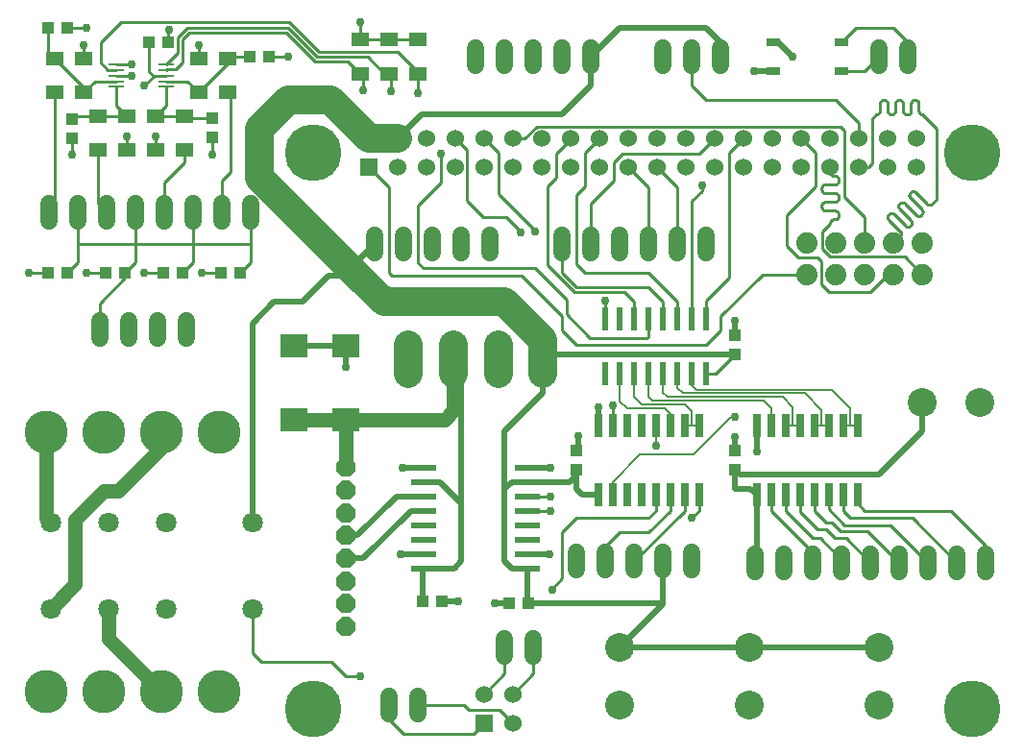
<source format=gbr>
G04 EAGLE Gerber RS-274X export*
G75*
%MOMM*%
%FSLAX34Y34*%
%LPD*%
%INTop Copper*%
%IPPOS*%
%AMOC8*
5,1,8,0,0,1.08239X$1,22.5*%
G01*
%ADD10R,1.524000X1.524000*%
%ADD11C,1.524000*%
%ADD12C,5.000000*%
%ADD13R,0.660400X2.032000*%
%ADD14R,2.200000X0.600000*%
%ADD15C,2.514600*%
%ADD16C,1.879600*%
%ADD17C,1.524000*%
%ADD18R,0.609600X2.057400*%
%ADD19R,1.000000X1.100000*%
%ADD20R,1.100000X1.000000*%
%ADD21R,2.400000X2.062000*%
%ADD22C,2.540000*%
%ADD23C,1.800000*%
%ADD24P,1.814519X8X112.500000*%
%ADD25R,1.422400X0.279400*%
%ADD26R,1.600000X1.200000*%
%ADD27R,1.200000X0.800000*%
%ADD28C,3.810000*%
%ADD29C,0.254000*%
%ADD30C,0.756400*%
%ADD31C,0.508000*%
%ADD32C,1.270000*%
%ADD33C,2.540000*%
%ADD34C,0.152400*%


D10*
X286900Y512300D03*
D11*
X286766Y537718D03*
X312166Y512318D03*
X312166Y537718D03*
X337566Y512318D03*
X337566Y537718D03*
X362966Y512318D03*
X362966Y537718D03*
X388366Y512318D03*
X388366Y537718D03*
X413766Y512318D03*
X413766Y537718D03*
X439166Y512318D03*
X439166Y537718D03*
X464566Y512318D03*
X464566Y537718D03*
X489966Y512318D03*
X489966Y537718D03*
X515366Y512318D03*
X515366Y537718D03*
X540766Y512318D03*
X540766Y537718D03*
X566166Y512318D03*
X566166Y537718D03*
X591566Y512318D03*
X591566Y537718D03*
X616966Y512318D03*
X616966Y537718D03*
X642366Y512318D03*
X642366Y537718D03*
X667766Y512318D03*
X667766Y537718D03*
X693166Y512318D03*
X693166Y537718D03*
X718566Y512318D03*
X718566Y537718D03*
X743966Y512318D03*
X743966Y537718D03*
X769366Y512318D03*
X769366Y537718D03*
X413766Y22282D03*
X413766Y47682D03*
D10*
X388366Y22282D03*
D11*
X388366Y47682D03*
D12*
X238200Y35000D03*
X818200Y35000D03*
X238200Y525000D03*
X818200Y525000D03*
D13*
X717550Y284734D03*
X717550Y223266D03*
X704850Y284734D03*
X692150Y284734D03*
X704850Y223266D03*
X692150Y223266D03*
X679450Y284734D03*
X679450Y223266D03*
X666750Y284734D03*
X666750Y223266D03*
X654050Y284734D03*
X641350Y284734D03*
X654050Y223266D03*
X641350Y223266D03*
X628650Y284734D03*
X628650Y223266D03*
X577850Y284734D03*
X577850Y223266D03*
X565150Y284734D03*
X552450Y284734D03*
X565150Y223266D03*
X552450Y223266D03*
X539750Y284734D03*
X539750Y223266D03*
X527050Y284734D03*
X527050Y223266D03*
X514350Y284734D03*
X501650Y284734D03*
X514350Y223266D03*
X501650Y223266D03*
X488950Y284734D03*
X488950Y223266D03*
D14*
X427000Y171450D03*
X335000Y196850D03*
X427000Y158750D03*
X427000Y184150D03*
X427000Y196850D03*
X335000Y184150D03*
X335000Y209550D03*
X335000Y222250D03*
X427000Y222250D03*
X335000Y247650D03*
X427000Y209550D03*
X427000Y234950D03*
X335000Y234950D03*
X427000Y247650D03*
X335000Y171450D03*
X335000Y158750D03*
D15*
X400812Y330327D02*
X400812Y355473D01*
X361188Y355473D02*
X361188Y330327D01*
X321564Y330327D02*
X321564Y355473D01*
X440436Y355473D02*
X440436Y330327D01*
D16*
X774700Y445770D03*
X774700Y417830D03*
X749300Y445770D03*
X749300Y417830D03*
X723900Y445770D03*
X723900Y417830D03*
X698500Y445770D03*
X698500Y417830D03*
X673100Y445770D03*
X673100Y417830D03*
D17*
X342900Y436880D02*
X342900Y452120D01*
X368300Y452120D02*
X368300Y436880D01*
X393700Y436880D02*
X393700Y452120D01*
X317500Y452120D02*
X317500Y436880D01*
X292100Y436880D02*
X292100Y452120D01*
X457200Y452120D02*
X457200Y436880D01*
X482600Y436880D02*
X482600Y452120D01*
X508000Y452120D02*
X508000Y436880D01*
X533400Y436880D02*
X533400Y452120D01*
X558800Y452120D02*
X558800Y436880D01*
X584200Y436880D02*
X584200Y452120D01*
D18*
X584200Y378206D03*
X571500Y378206D03*
X558800Y378206D03*
X546100Y378206D03*
X533400Y378206D03*
X520700Y378206D03*
X508000Y378206D03*
X495300Y378206D03*
X495300Y330200D03*
X508000Y330200D03*
X520700Y330200D03*
X533400Y330200D03*
X546100Y330200D03*
X558800Y330200D03*
X571500Y330200D03*
X584200Y330200D03*
D19*
X609600Y245500D03*
X609600Y262500D03*
X469900Y245500D03*
X469900Y262500D03*
X609600Y347100D03*
X609600Y364100D03*
D20*
X427600Y128270D03*
X410600Y128270D03*
X334400Y129540D03*
X351400Y129540D03*
D21*
X266700Y289960D03*
X266700Y354565D03*
D22*
X774700Y304800D03*
X825500Y304800D03*
D23*
X184150Y123190D03*
X184150Y199390D03*
X107950Y199390D03*
X57150Y199390D03*
X6350Y199390D03*
X107950Y123190D03*
X57150Y123190D03*
X6350Y123190D03*
D17*
X779780Y156210D02*
X779780Y171450D01*
X805180Y171450D02*
X805180Y156210D01*
X830580Y156210D02*
X830580Y171450D01*
X627380Y171450D02*
X627380Y156210D01*
X754380Y156210D02*
X754380Y171450D01*
X728980Y171450D02*
X728980Y156210D01*
X652780Y156210D02*
X652780Y171450D01*
X678180Y171450D02*
X678180Y156210D01*
X703580Y156210D02*
X703580Y171450D01*
X520700Y172720D02*
X520700Y157480D01*
X546100Y157480D02*
X546100Y172720D01*
X571500Y172720D02*
X571500Y157480D01*
X495300Y157480D02*
X495300Y172720D01*
X469900Y172720D02*
X469900Y157480D01*
D22*
X508000Y88900D03*
X508000Y38100D03*
X736600Y88900D03*
X736600Y38100D03*
X622300Y88900D03*
X622300Y38100D03*
D17*
X431800Y601980D02*
X431800Y617220D01*
X457200Y617220D02*
X457200Y601980D01*
X482600Y601980D02*
X482600Y617220D01*
X406400Y617220D02*
X406400Y601980D01*
X381000Y601980D02*
X381000Y617220D01*
X546100Y617220D02*
X546100Y601980D01*
X571500Y601980D02*
X571500Y617220D01*
X596900Y617220D02*
X596900Y601980D01*
D24*
X266700Y167800D03*
X266700Y187800D03*
X266700Y207800D03*
X266700Y227800D03*
X266700Y147800D03*
X266700Y247800D03*
X266700Y127800D03*
X266700Y107800D03*
D21*
X220980Y289960D03*
X220980Y354565D03*
D25*
X64516Y602996D03*
X64516Y598170D03*
X64516Y593090D03*
X64516Y588010D03*
X64516Y583184D03*
X108204Y583184D03*
X108204Y588010D03*
X108204Y593090D03*
X108204Y598170D03*
X108204Y602996D03*
D26*
X330200Y594600D03*
X330200Y624600D03*
X279400Y594600D03*
X279400Y624600D03*
X304800Y594600D03*
X304800Y624600D03*
D27*
X643100Y622300D03*
X643100Y596900D03*
X703100Y596900D03*
X703100Y622300D03*
D17*
X736600Y617220D02*
X736600Y601980D01*
X762000Y601980D02*
X762000Y617220D01*
X5080Y480060D02*
X5080Y464820D01*
X30480Y464820D02*
X30480Y480060D01*
X55880Y480060D02*
X55880Y464820D01*
X132080Y464820D02*
X132080Y480060D01*
X157480Y480060D02*
X157480Y464820D01*
X182880Y464820D02*
X182880Y480060D01*
X81280Y480060D02*
X81280Y464820D01*
X106680Y464820D02*
X106680Y480060D01*
D26*
X137160Y608090D03*
X137160Y578090D03*
X99060Y527290D03*
X99060Y557290D03*
X73660Y527290D03*
X73660Y557290D03*
X35560Y608090D03*
X35560Y578090D03*
X10160Y608090D03*
X10160Y578090D03*
X48260Y557290D03*
X48260Y527290D03*
X124460Y557290D03*
X124460Y527290D03*
X162560Y608090D03*
X162560Y578090D03*
D20*
X93100Y622300D03*
X110100Y622300D03*
X21200Y419100D03*
X4200Y419100D03*
X72000Y419100D03*
X55000Y419100D03*
X122800Y419100D03*
X105800Y419100D03*
X173600Y419100D03*
X156600Y419100D03*
X182000Y609600D03*
X199000Y609600D03*
D19*
X148590Y555870D03*
X148590Y538870D03*
X25400Y554600D03*
X25400Y537600D03*
D20*
X4200Y635000D03*
X21200Y635000D03*
D17*
X330200Y45720D02*
X330200Y30480D01*
X304800Y30480D02*
X304800Y45720D01*
X406400Y81280D02*
X406400Y96520D01*
X431800Y96520D02*
X431800Y81280D01*
D28*
X103929Y278380D03*
X154729Y278380D03*
X2329Y278380D03*
X53129Y278380D03*
X103929Y49780D03*
X154729Y49780D03*
X2329Y49780D03*
X53129Y49780D03*
D17*
X49530Y361950D02*
X49530Y377190D01*
X74930Y377190D02*
X74930Y361950D01*
X100330Y361950D02*
X100330Y377190D01*
X125730Y377190D02*
X125730Y361950D01*
D29*
X279400Y594600D02*
X268464Y605536D01*
X239617Y605536D01*
X214245Y630908D01*
X128655Y630908D01*
X122458Y624711D01*
X116473Y598805D02*
X108839Y598805D01*
X108204Y598170D01*
X122458Y604790D02*
X122458Y624711D01*
X122458Y604790D02*
X116473Y598805D01*
D30*
X281940Y580390D03*
D29*
X281940Y592060D01*
X279400Y594600D01*
X118394Y613186D02*
X108204Y602996D01*
X118394Y626394D02*
X126972Y634972D01*
X215928Y634972D02*
X241300Y609600D01*
X285750Y609600D01*
X300750Y594600D01*
X304800Y594600D01*
X118394Y613186D02*
X118394Y626394D01*
X126972Y634972D02*
X215928Y634972D01*
D30*
X306070Y579120D03*
D29*
X306070Y593330D01*
X304800Y594600D01*
X718566Y551434D02*
X718566Y537718D01*
X698500Y571500D02*
X584200Y571500D01*
X571500Y584200D01*
X571500Y609600D01*
X698500Y571500D02*
X718566Y551434D01*
D30*
X660400Y609600D03*
D31*
X647700Y622300D01*
X643100Y622300D01*
X361950Y158750D02*
X335000Y158750D01*
X361950Y158750D02*
X368300Y165100D01*
X368300Y215900D01*
X349250Y234950D01*
X335000Y234950D01*
X368300Y335788D02*
X361188Y342900D01*
X368300Y335788D02*
X368300Y215900D01*
X334400Y158150D02*
X334400Y129540D01*
X334400Y158150D02*
X335000Y158750D01*
D32*
X361188Y297688D02*
X361188Y342900D01*
X353460Y289960D02*
X266700Y289960D01*
X353460Y289960D02*
X361188Y297688D01*
X266700Y289960D02*
X220980Y289960D01*
X266700Y289960D02*
X266700Y247800D01*
D31*
X311150Y222250D02*
X335000Y222250D01*
X276700Y187800D02*
X266700Y187800D01*
X276700Y187800D02*
X311150Y222250D01*
X282100Y167800D02*
X266700Y167800D01*
X323850Y209550D02*
X335000Y209550D01*
X323850Y209550D02*
X282100Y167800D01*
X316230Y247650D02*
X335000Y247650D01*
D30*
X316230Y247650D03*
D31*
X314960Y171450D02*
X335000Y171450D01*
D30*
X314960Y171450D03*
D31*
X351400Y129540D02*
X365760Y129540D01*
D30*
X365760Y129540D03*
D31*
X266700Y336550D02*
X266700Y354565D01*
D30*
X266700Y336550D03*
D31*
X266700Y354565D02*
X220980Y354565D01*
D29*
X584200Y330200D02*
X592700Y330200D01*
X609600Y347100D01*
D31*
X628650Y223266D02*
X628650Y165100D01*
X627380Y163830D01*
X628650Y223266D02*
X623316Y228600D01*
X609600Y228600D01*
X609600Y245500D01*
X488950Y223266D02*
X475234Y223266D01*
X469900Y228600D01*
X469900Y241300D01*
X469900Y245500D01*
X463550Y234950D02*
X427000Y234950D01*
X463550Y234950D02*
X469900Y241300D01*
X427000Y234950D02*
X412750Y234950D01*
X406400Y228600D01*
X406400Y165100D01*
X412750Y158750D01*
X427000Y158750D01*
X406400Y228600D02*
X406400Y279400D01*
X440436Y313436D02*
X440436Y342900D01*
X440436Y313436D02*
X406400Y279400D01*
X546100Y165100D02*
X546100Y127000D01*
X508000Y88900D01*
X622300Y88900D01*
X736600Y88900D01*
X774700Y279400D02*
X774700Y304800D01*
X736600Y241300D02*
X613800Y241300D01*
X609600Y245500D01*
X736600Y241300D02*
X774700Y279400D01*
X609600Y347100D02*
X444636Y347100D01*
X440436Y342900D01*
X427000Y158750D02*
X427000Y128870D01*
X427600Y128270D01*
X544830Y128270D01*
X546100Y127000D01*
D33*
X252984Y571500D02*
X215900Y571500D01*
X190500Y546100D01*
X252984Y571500D02*
X286766Y537718D01*
X312166Y537718D01*
D31*
X184150Y374650D02*
X184150Y199390D01*
X184150Y374650D02*
X203200Y393700D01*
D33*
X190500Y503332D02*
X190500Y546100D01*
D31*
X312166Y537718D02*
X333248Y558800D01*
X457200Y558800D02*
X482600Y584200D01*
X482600Y609600D01*
X457200Y558800D02*
X333248Y558800D01*
X482600Y609600D02*
X508000Y635000D01*
X584200Y635000D01*
X596900Y622300D01*
X596900Y609600D01*
X228600Y393700D02*
X203200Y393700D01*
D33*
X440436Y359664D02*
X440436Y342900D01*
X300132Y393700D02*
X277066Y416766D01*
X190500Y503332D01*
X406400Y393700D02*
X440436Y359664D01*
X406400Y393700D02*
X300132Y393700D01*
D31*
X277066Y429466D02*
X292100Y444500D01*
X277066Y429466D02*
X277066Y416766D01*
X251666Y416766D02*
X228600Y393700D01*
X251666Y416766D02*
X277066Y416766D01*
X488950Y300990D02*
X488950Y284734D01*
D30*
X488950Y300990D03*
D31*
X628650Y284734D02*
X628650Y261620D01*
D30*
X628650Y261620D03*
D31*
X609600Y262500D02*
X609600Y274320D01*
D30*
X609600Y274320D03*
D31*
X609600Y364100D02*
X609600Y377190D01*
D30*
X609600Y377190D03*
D31*
X471170Y263770D02*
X469900Y262500D01*
X471170Y263770D02*
X471170Y275590D01*
D30*
X471170Y275590D03*
D31*
X447040Y247650D02*
X427000Y247650D01*
D30*
X447040Y247650D03*
D31*
X445770Y171450D02*
X427000Y171450D01*
D30*
X445770Y171450D03*
D31*
X410600Y128270D02*
X397510Y128270D01*
D30*
X397510Y128270D03*
D29*
X495300Y378206D02*
X495300Y394970D01*
D30*
X495300Y394970D03*
D29*
X137160Y608090D02*
X137160Y619760D01*
D30*
X137160Y619760D03*
D29*
X35560Y619760D02*
X35560Y608090D01*
D30*
X35560Y619760D03*
D29*
X73660Y539750D02*
X73660Y527290D01*
D30*
X73660Y539750D03*
D29*
X99060Y539750D02*
X99060Y527290D01*
D30*
X99060Y539750D03*
D29*
X77470Y593090D02*
X64516Y593090D01*
D30*
X77470Y593090D03*
D29*
X77216Y602996D02*
X64516Y602996D01*
X77216Y602996D02*
X77470Y603250D01*
D30*
X77470Y603250D03*
D29*
X110100Y622300D02*
X110100Y633340D01*
X110490Y633730D01*
D30*
X110490Y633730D03*
D29*
X139700Y419100D02*
X156600Y419100D01*
D30*
X139700Y419100D03*
D29*
X105800Y419100D02*
X88900Y419100D01*
D30*
X88900Y419100D03*
D29*
X55000Y419100D02*
X38100Y419100D01*
D30*
X38100Y419100D03*
D29*
X4200Y419100D02*
X-12700Y419100D01*
D30*
X-12700Y419100D03*
D29*
X148590Y523240D02*
X148590Y538870D01*
D30*
X148590Y523240D03*
D29*
X25400Y523240D02*
X25400Y537600D01*
D30*
X25400Y523240D03*
D29*
X21200Y635000D02*
X38100Y635000D01*
D30*
X38100Y635000D03*
D31*
X626110Y596900D02*
X643100Y596900D01*
D30*
X626110Y596900D03*
D29*
X215900Y609600D02*
X199000Y609600D01*
D30*
X215900Y609600D03*
X447040Y222250D03*
D29*
X427000Y222250D01*
X401320Y524764D02*
X388366Y537718D01*
X401320Y488950D02*
X434340Y455930D01*
X433070Y455930D01*
D30*
X433070Y455930D03*
D29*
X401320Y488950D02*
X401320Y524764D01*
D30*
X447040Y209550D03*
D29*
X427000Y209550D01*
X373380Y527304D02*
X362966Y537718D01*
X373380Y527304D02*
X373380Y482600D01*
X387350Y468630D01*
X407670Y468630D01*
X420370Y455930D01*
X420370Y454660D01*
D30*
X420370Y454660D03*
D29*
X783431Y479901D02*
X787400Y483870D01*
X783431Y479902D02*
X783351Y479825D01*
X783269Y479751D01*
X783184Y479680D01*
X783097Y479611D01*
X783007Y479546D01*
X782915Y479484D01*
X782821Y479425D01*
X782725Y479370D01*
X782627Y479318D01*
X782528Y479269D01*
X782427Y479224D01*
X782324Y479183D01*
X782220Y479145D01*
X782114Y479111D01*
X782008Y479080D01*
X781900Y479053D01*
X781792Y479030D01*
X781683Y479011D01*
X781573Y478996D01*
X781463Y478984D01*
X781352Y478976D01*
X781241Y478972D01*
X781131Y478972D01*
X781020Y478976D01*
X780909Y478984D01*
X780799Y478996D01*
X780689Y479011D01*
X780580Y479030D01*
X780472Y479053D01*
X780364Y479080D01*
X780258Y479111D01*
X780152Y479145D01*
X780048Y479183D01*
X779945Y479224D01*
X779844Y479269D01*
X779745Y479318D01*
X779647Y479370D01*
X779551Y479425D01*
X779457Y479484D01*
X779365Y479546D01*
X779275Y479611D01*
X779188Y479680D01*
X779103Y479751D01*
X779021Y479825D01*
X778941Y479902D01*
X778941Y479901D02*
X768820Y490023D01*
X768740Y490100D01*
X768658Y490174D01*
X768573Y490245D01*
X768486Y490314D01*
X768396Y490379D01*
X768304Y490441D01*
X768210Y490500D01*
X768114Y490555D01*
X768016Y490607D01*
X767917Y490656D01*
X767816Y490701D01*
X767713Y490742D01*
X767609Y490780D01*
X767503Y490814D01*
X767397Y490845D01*
X767289Y490872D01*
X767181Y490895D01*
X767072Y490914D01*
X766962Y490929D01*
X766852Y490941D01*
X766741Y490949D01*
X766630Y490953D01*
X766520Y490953D01*
X766409Y490949D01*
X766298Y490941D01*
X766188Y490929D01*
X766078Y490914D01*
X765969Y490895D01*
X765861Y490872D01*
X765753Y490845D01*
X765647Y490814D01*
X765541Y490780D01*
X765437Y490742D01*
X765334Y490701D01*
X765233Y490656D01*
X765134Y490607D01*
X765036Y490555D01*
X764940Y490500D01*
X764846Y490441D01*
X764754Y490379D01*
X764664Y490314D01*
X764577Y490245D01*
X764492Y490174D01*
X764410Y490100D01*
X764330Y490023D01*
X764035Y489728D01*
X763958Y489648D01*
X763884Y489566D01*
X763813Y489481D01*
X763744Y489394D01*
X763679Y489304D01*
X763617Y489212D01*
X763558Y489118D01*
X763503Y489022D01*
X763451Y488924D01*
X763402Y488825D01*
X763357Y488724D01*
X763316Y488621D01*
X763278Y488517D01*
X763244Y488411D01*
X763213Y488305D01*
X763186Y488197D01*
X763163Y488089D01*
X763144Y487980D01*
X763129Y487870D01*
X763117Y487760D01*
X763109Y487649D01*
X763105Y487538D01*
X763105Y487428D01*
X763109Y487317D01*
X763117Y487206D01*
X763129Y487096D01*
X763144Y486986D01*
X763163Y486877D01*
X763186Y486769D01*
X763213Y486661D01*
X763244Y486555D01*
X763278Y486449D01*
X763316Y486345D01*
X763357Y486242D01*
X763402Y486141D01*
X763451Y486042D01*
X763503Y485944D01*
X763558Y485848D01*
X763617Y485754D01*
X763679Y485662D01*
X763744Y485572D01*
X763813Y485485D01*
X763884Y485400D01*
X763958Y485318D01*
X764035Y485238D01*
X774156Y475116D01*
X774233Y475036D01*
X774307Y474954D01*
X774378Y474869D01*
X774447Y474782D01*
X774512Y474692D01*
X774574Y474600D01*
X774633Y474506D01*
X774688Y474410D01*
X774740Y474312D01*
X774789Y474213D01*
X774834Y474112D01*
X774875Y474009D01*
X774913Y473905D01*
X774947Y473799D01*
X774978Y473693D01*
X775005Y473585D01*
X775028Y473477D01*
X775047Y473368D01*
X775062Y473258D01*
X775074Y473148D01*
X775082Y473037D01*
X775086Y472926D01*
X775086Y472816D01*
X775082Y472705D01*
X775074Y472594D01*
X775062Y472484D01*
X775047Y472374D01*
X775028Y472265D01*
X775005Y472157D01*
X774978Y472049D01*
X774947Y471943D01*
X774913Y471837D01*
X774875Y471733D01*
X774834Y471630D01*
X774789Y471529D01*
X774740Y471430D01*
X774688Y471332D01*
X774633Y471236D01*
X774574Y471142D01*
X774512Y471050D01*
X774447Y470960D01*
X774378Y470873D01*
X774307Y470788D01*
X774233Y470706D01*
X774156Y470626D01*
X773861Y470331D01*
X773781Y470254D01*
X773699Y470180D01*
X773614Y470109D01*
X773527Y470040D01*
X773437Y469975D01*
X773345Y469913D01*
X773251Y469854D01*
X773155Y469799D01*
X773057Y469747D01*
X772958Y469698D01*
X772857Y469653D01*
X772754Y469612D01*
X772650Y469574D01*
X772544Y469540D01*
X772438Y469509D01*
X772330Y469482D01*
X772222Y469459D01*
X772113Y469440D01*
X772003Y469425D01*
X771893Y469413D01*
X771782Y469405D01*
X771671Y469401D01*
X771561Y469401D01*
X771450Y469405D01*
X771339Y469413D01*
X771229Y469425D01*
X771119Y469440D01*
X771010Y469459D01*
X770902Y469482D01*
X770794Y469509D01*
X770688Y469540D01*
X770582Y469574D01*
X770478Y469612D01*
X770375Y469653D01*
X770274Y469698D01*
X770175Y469747D01*
X770077Y469799D01*
X769981Y469854D01*
X769887Y469913D01*
X769795Y469975D01*
X769705Y470040D01*
X769618Y470109D01*
X769533Y470180D01*
X769451Y470254D01*
X769371Y470331D01*
X759249Y480452D01*
X759169Y480529D01*
X759087Y480603D01*
X759002Y480674D01*
X758915Y480743D01*
X758825Y480808D01*
X758733Y480870D01*
X758639Y480929D01*
X758543Y480984D01*
X758445Y481036D01*
X758346Y481085D01*
X758245Y481130D01*
X758142Y481171D01*
X758038Y481209D01*
X757932Y481243D01*
X757826Y481274D01*
X757718Y481301D01*
X757610Y481324D01*
X757501Y481343D01*
X757391Y481358D01*
X757281Y481370D01*
X757170Y481378D01*
X757059Y481382D01*
X756949Y481382D01*
X756838Y481378D01*
X756727Y481370D01*
X756617Y481358D01*
X756507Y481343D01*
X756398Y481324D01*
X756290Y481301D01*
X756182Y481274D01*
X756076Y481243D01*
X755970Y481209D01*
X755866Y481171D01*
X755763Y481130D01*
X755662Y481085D01*
X755563Y481036D01*
X755465Y480984D01*
X755369Y480929D01*
X755275Y480870D01*
X755183Y480808D01*
X755093Y480743D01*
X755006Y480674D01*
X754921Y480603D01*
X754839Y480529D01*
X754759Y480452D01*
X754464Y480157D01*
X754387Y480077D01*
X754313Y479995D01*
X754242Y479910D01*
X754173Y479823D01*
X754108Y479733D01*
X754046Y479641D01*
X753987Y479547D01*
X753932Y479451D01*
X753880Y479353D01*
X753831Y479254D01*
X753786Y479153D01*
X753745Y479050D01*
X753707Y478946D01*
X753673Y478840D01*
X753642Y478734D01*
X753615Y478626D01*
X753592Y478518D01*
X753573Y478409D01*
X753558Y478299D01*
X753546Y478189D01*
X753538Y478078D01*
X753534Y477967D01*
X753534Y477857D01*
X753538Y477746D01*
X753546Y477635D01*
X753558Y477525D01*
X753573Y477415D01*
X753592Y477306D01*
X753615Y477198D01*
X753642Y477090D01*
X753673Y476984D01*
X753707Y476878D01*
X753745Y476774D01*
X753786Y476671D01*
X753831Y476570D01*
X753880Y476471D01*
X753932Y476373D01*
X753987Y476277D01*
X754046Y476183D01*
X754108Y476091D01*
X754173Y476001D01*
X754242Y475914D01*
X754313Y475829D01*
X754387Y475747D01*
X754464Y475667D01*
X764586Y465546D01*
X764585Y465546D02*
X764662Y465466D01*
X764736Y465384D01*
X764807Y465299D01*
X764876Y465212D01*
X764941Y465122D01*
X765003Y465030D01*
X765062Y464936D01*
X765117Y464840D01*
X765169Y464742D01*
X765218Y464643D01*
X765263Y464542D01*
X765304Y464439D01*
X765342Y464335D01*
X765376Y464229D01*
X765407Y464123D01*
X765434Y464015D01*
X765457Y463907D01*
X765476Y463798D01*
X765491Y463688D01*
X765503Y463578D01*
X765511Y463467D01*
X765515Y463356D01*
X765515Y463246D01*
X765511Y463135D01*
X765503Y463024D01*
X765491Y462914D01*
X765476Y462804D01*
X765457Y462695D01*
X765434Y462587D01*
X765407Y462479D01*
X765376Y462373D01*
X765342Y462267D01*
X765304Y462163D01*
X765263Y462060D01*
X765218Y461959D01*
X765169Y461860D01*
X765117Y461762D01*
X765062Y461666D01*
X765003Y461572D01*
X764941Y461480D01*
X764876Y461390D01*
X764807Y461303D01*
X764736Y461218D01*
X764662Y461136D01*
X764585Y461056D01*
X764586Y461056D02*
X764290Y460760D01*
X764210Y460683D01*
X764128Y460609D01*
X764043Y460538D01*
X763956Y460469D01*
X763866Y460404D01*
X763774Y460342D01*
X763680Y460283D01*
X763584Y460228D01*
X763486Y460176D01*
X763387Y460127D01*
X763286Y460082D01*
X763183Y460041D01*
X763079Y460003D01*
X762973Y459969D01*
X762867Y459938D01*
X762759Y459911D01*
X762651Y459888D01*
X762542Y459869D01*
X762432Y459854D01*
X762322Y459842D01*
X762211Y459834D01*
X762100Y459830D01*
X761990Y459830D01*
X761879Y459834D01*
X761768Y459842D01*
X761658Y459854D01*
X761548Y459869D01*
X761439Y459888D01*
X761331Y459911D01*
X761223Y459938D01*
X761117Y459969D01*
X761011Y460003D01*
X760907Y460041D01*
X760804Y460082D01*
X760703Y460127D01*
X760604Y460176D01*
X760506Y460228D01*
X760410Y460283D01*
X760316Y460342D01*
X760224Y460404D01*
X760134Y460469D01*
X760047Y460538D01*
X759962Y460609D01*
X759880Y460683D01*
X759800Y460760D01*
X749679Y470882D01*
X749599Y470959D01*
X749517Y471033D01*
X749432Y471104D01*
X749345Y471173D01*
X749255Y471238D01*
X749163Y471300D01*
X749069Y471359D01*
X748973Y471414D01*
X748875Y471466D01*
X748776Y471515D01*
X748675Y471560D01*
X748572Y471601D01*
X748468Y471639D01*
X748362Y471673D01*
X748256Y471704D01*
X748148Y471731D01*
X748040Y471754D01*
X747931Y471773D01*
X747821Y471788D01*
X747711Y471800D01*
X747600Y471808D01*
X747489Y471812D01*
X747379Y471812D01*
X747268Y471808D01*
X747157Y471800D01*
X747047Y471788D01*
X746937Y471773D01*
X746828Y471754D01*
X746720Y471731D01*
X746612Y471704D01*
X746506Y471673D01*
X746400Y471639D01*
X746296Y471601D01*
X746193Y471560D01*
X746092Y471515D01*
X745993Y471466D01*
X745895Y471414D01*
X745799Y471359D01*
X745705Y471300D01*
X745613Y471238D01*
X745523Y471173D01*
X745436Y471104D01*
X745351Y471033D01*
X745269Y470959D01*
X745189Y470882D01*
X744894Y470587D01*
X744817Y470507D01*
X744743Y470425D01*
X744672Y470340D01*
X744603Y470253D01*
X744538Y470163D01*
X744476Y470071D01*
X744417Y469977D01*
X744362Y469881D01*
X744310Y469783D01*
X744261Y469684D01*
X744216Y469583D01*
X744175Y469480D01*
X744137Y469376D01*
X744103Y469270D01*
X744072Y469164D01*
X744045Y469056D01*
X744022Y468948D01*
X744003Y468839D01*
X743988Y468729D01*
X743976Y468619D01*
X743968Y468508D01*
X743964Y468397D01*
X743964Y468287D01*
X743968Y468176D01*
X743976Y468065D01*
X743988Y467955D01*
X744003Y467845D01*
X744022Y467736D01*
X744045Y467628D01*
X744072Y467520D01*
X744103Y467414D01*
X744137Y467308D01*
X744175Y467204D01*
X744216Y467101D01*
X744261Y467000D01*
X744310Y466901D01*
X744362Y466803D01*
X744417Y466707D01*
X744476Y466613D01*
X744538Y466521D01*
X744603Y466431D01*
X744672Y466344D01*
X744743Y466259D01*
X744817Y466177D01*
X744894Y466097D01*
X755015Y455975D01*
X755092Y455895D01*
X755166Y455813D01*
X755237Y455728D01*
X755306Y455641D01*
X755371Y455551D01*
X755433Y455459D01*
X755492Y455365D01*
X755547Y455269D01*
X755599Y455171D01*
X755648Y455072D01*
X755693Y454971D01*
X755734Y454868D01*
X755772Y454764D01*
X755806Y454658D01*
X755837Y454552D01*
X755864Y454444D01*
X755887Y454336D01*
X755906Y454227D01*
X755921Y454117D01*
X755933Y454007D01*
X755941Y453896D01*
X755945Y453785D01*
X755945Y453675D01*
X755941Y453564D01*
X755933Y453453D01*
X755921Y453343D01*
X755906Y453233D01*
X755887Y453124D01*
X755864Y453016D01*
X755837Y452908D01*
X755806Y452802D01*
X755772Y452696D01*
X755734Y452592D01*
X755693Y452489D01*
X755648Y452388D01*
X755599Y452289D01*
X755547Y452191D01*
X755492Y452095D01*
X755433Y452001D01*
X755371Y451909D01*
X755306Y451819D01*
X755237Y451732D01*
X755166Y451647D01*
X755092Y451565D01*
X755015Y451485D01*
X749300Y445770D01*
X787400Y546100D02*
X774700Y558800D01*
X734060Y558800D02*
X730250Y554990D01*
X726948Y512318D02*
X718566Y512318D01*
X787400Y483870D02*
X787400Y546100D01*
X774700Y558800D02*
X774589Y558802D01*
X774479Y558808D01*
X774368Y558817D01*
X774258Y558831D01*
X774149Y558848D01*
X774040Y558869D01*
X773932Y558894D01*
X773825Y558923D01*
X773719Y558955D01*
X773614Y558991D01*
X773511Y559031D01*
X773409Y559074D01*
X773308Y559121D01*
X773209Y559172D01*
X773113Y559225D01*
X773018Y559282D01*
X772925Y559343D01*
X772834Y559406D01*
X772745Y559473D01*
X772659Y559543D01*
X772576Y559616D01*
X772494Y559691D01*
X772416Y559769D01*
X772341Y559851D01*
X772268Y559934D01*
X772198Y560020D01*
X772131Y560109D01*
X772068Y560200D01*
X772007Y560293D01*
X771950Y560388D01*
X771897Y560484D01*
X771846Y560583D01*
X771799Y560684D01*
X771756Y560786D01*
X771716Y560889D01*
X771680Y560994D01*
X771648Y561100D01*
X771619Y561207D01*
X771594Y561315D01*
X771573Y561424D01*
X771556Y561533D01*
X771542Y561643D01*
X771533Y561754D01*
X771527Y561864D01*
X771525Y561975D01*
X771525Y568325D01*
X771523Y568436D01*
X771517Y568546D01*
X771508Y568657D01*
X771494Y568767D01*
X771477Y568876D01*
X771456Y568985D01*
X771431Y569093D01*
X771402Y569200D01*
X771370Y569306D01*
X771334Y569411D01*
X771294Y569514D01*
X771251Y569616D01*
X771204Y569717D01*
X771153Y569816D01*
X771100Y569913D01*
X771043Y570007D01*
X770982Y570100D01*
X770919Y570191D01*
X770852Y570280D01*
X770782Y570366D01*
X770709Y570449D01*
X770634Y570531D01*
X770556Y570609D01*
X770474Y570684D01*
X770391Y570757D01*
X770305Y570827D01*
X770216Y570894D01*
X770125Y570957D01*
X770032Y571018D01*
X769938Y571075D01*
X769841Y571128D01*
X769742Y571179D01*
X769641Y571226D01*
X769539Y571269D01*
X769436Y571309D01*
X769331Y571345D01*
X769225Y571377D01*
X769118Y571406D01*
X769010Y571431D01*
X768901Y571452D01*
X768792Y571469D01*
X768682Y571483D01*
X768571Y571492D01*
X768461Y571498D01*
X768350Y571500D01*
X767842Y571500D01*
X767731Y571498D01*
X767621Y571492D01*
X767510Y571483D01*
X767400Y571469D01*
X767291Y571452D01*
X767182Y571431D01*
X767074Y571406D01*
X766967Y571377D01*
X766861Y571345D01*
X766756Y571309D01*
X766653Y571269D01*
X766551Y571226D01*
X766450Y571179D01*
X766351Y571128D01*
X766255Y571075D01*
X766160Y571018D01*
X766067Y570957D01*
X765976Y570894D01*
X765887Y570827D01*
X765801Y570757D01*
X765718Y570684D01*
X765636Y570609D01*
X765558Y570531D01*
X765483Y570449D01*
X765410Y570366D01*
X765340Y570280D01*
X765273Y570191D01*
X765210Y570100D01*
X765149Y570007D01*
X765092Y569913D01*
X765039Y569816D01*
X764988Y569717D01*
X764941Y569616D01*
X764898Y569514D01*
X764858Y569411D01*
X764822Y569306D01*
X764790Y569200D01*
X764761Y569093D01*
X764736Y568985D01*
X764715Y568876D01*
X764698Y568767D01*
X764684Y568657D01*
X764675Y568546D01*
X764669Y568436D01*
X764667Y568325D01*
X764667Y561975D01*
X764665Y561864D01*
X764659Y561754D01*
X764650Y561643D01*
X764636Y561533D01*
X764619Y561424D01*
X764598Y561315D01*
X764573Y561207D01*
X764544Y561100D01*
X764512Y560994D01*
X764476Y560889D01*
X764436Y560786D01*
X764393Y560684D01*
X764346Y560583D01*
X764295Y560484D01*
X764242Y560388D01*
X764185Y560293D01*
X764124Y560200D01*
X764061Y560109D01*
X763994Y560020D01*
X763924Y559934D01*
X763851Y559851D01*
X763776Y559769D01*
X763698Y559691D01*
X763616Y559616D01*
X763533Y559543D01*
X763447Y559473D01*
X763358Y559406D01*
X763267Y559343D01*
X763174Y559282D01*
X763080Y559225D01*
X762983Y559172D01*
X762884Y559121D01*
X762783Y559074D01*
X762681Y559031D01*
X762578Y558991D01*
X762473Y558955D01*
X762367Y558923D01*
X762260Y558894D01*
X762152Y558869D01*
X762043Y558848D01*
X761934Y558831D01*
X761824Y558817D01*
X761713Y558808D01*
X761603Y558802D01*
X761492Y558800D01*
X760984Y558800D01*
X760873Y558802D01*
X760763Y558808D01*
X760652Y558817D01*
X760542Y558831D01*
X760433Y558848D01*
X760324Y558869D01*
X760216Y558894D01*
X760109Y558923D01*
X760003Y558955D01*
X759898Y558991D01*
X759795Y559031D01*
X759693Y559074D01*
X759592Y559121D01*
X759493Y559172D01*
X759397Y559225D01*
X759302Y559282D01*
X759209Y559343D01*
X759118Y559406D01*
X759029Y559473D01*
X758943Y559543D01*
X758860Y559616D01*
X758778Y559691D01*
X758700Y559769D01*
X758625Y559851D01*
X758552Y559934D01*
X758482Y560020D01*
X758415Y560109D01*
X758352Y560200D01*
X758291Y560293D01*
X758234Y560388D01*
X758181Y560484D01*
X758130Y560583D01*
X758083Y560684D01*
X758040Y560786D01*
X758000Y560889D01*
X757964Y560994D01*
X757932Y561100D01*
X757903Y561207D01*
X757878Y561315D01*
X757857Y561424D01*
X757840Y561533D01*
X757826Y561643D01*
X757817Y561754D01*
X757811Y561864D01*
X757809Y561975D01*
X757809Y568325D01*
X757807Y568436D01*
X757801Y568546D01*
X757792Y568657D01*
X757778Y568767D01*
X757761Y568876D01*
X757740Y568985D01*
X757715Y569093D01*
X757686Y569200D01*
X757654Y569306D01*
X757618Y569411D01*
X757578Y569514D01*
X757535Y569616D01*
X757488Y569717D01*
X757437Y569816D01*
X757384Y569913D01*
X757327Y570007D01*
X757266Y570100D01*
X757203Y570191D01*
X757136Y570280D01*
X757066Y570366D01*
X756993Y570449D01*
X756918Y570531D01*
X756840Y570609D01*
X756758Y570684D01*
X756675Y570757D01*
X756589Y570827D01*
X756500Y570894D01*
X756409Y570957D01*
X756316Y571018D01*
X756222Y571075D01*
X756125Y571128D01*
X756026Y571179D01*
X755925Y571226D01*
X755823Y571269D01*
X755720Y571309D01*
X755615Y571345D01*
X755509Y571377D01*
X755402Y571406D01*
X755294Y571431D01*
X755185Y571452D01*
X755076Y571469D01*
X754966Y571483D01*
X754855Y571492D01*
X754745Y571498D01*
X754634Y571500D01*
X754126Y571500D01*
X754015Y571498D01*
X753905Y571492D01*
X753794Y571483D01*
X753684Y571469D01*
X753575Y571452D01*
X753466Y571431D01*
X753358Y571406D01*
X753251Y571377D01*
X753145Y571345D01*
X753040Y571309D01*
X752937Y571269D01*
X752835Y571226D01*
X752734Y571179D01*
X752635Y571128D01*
X752539Y571075D01*
X752444Y571018D01*
X752351Y570957D01*
X752260Y570894D01*
X752171Y570827D01*
X752085Y570757D01*
X752002Y570684D01*
X751920Y570609D01*
X751842Y570531D01*
X751767Y570449D01*
X751694Y570366D01*
X751624Y570280D01*
X751557Y570191D01*
X751494Y570100D01*
X751433Y570007D01*
X751376Y569913D01*
X751323Y569816D01*
X751272Y569717D01*
X751225Y569616D01*
X751182Y569514D01*
X751142Y569411D01*
X751106Y569306D01*
X751074Y569200D01*
X751045Y569093D01*
X751020Y568985D01*
X750999Y568876D01*
X750982Y568767D01*
X750968Y568657D01*
X750959Y568546D01*
X750953Y568436D01*
X750951Y568325D01*
X750951Y561975D01*
X750949Y561864D01*
X750943Y561754D01*
X750934Y561643D01*
X750920Y561533D01*
X750903Y561424D01*
X750882Y561315D01*
X750857Y561207D01*
X750828Y561100D01*
X750796Y560994D01*
X750760Y560889D01*
X750720Y560786D01*
X750677Y560684D01*
X750630Y560583D01*
X750579Y560484D01*
X750526Y560388D01*
X750469Y560293D01*
X750408Y560200D01*
X750345Y560109D01*
X750278Y560020D01*
X750208Y559934D01*
X750135Y559851D01*
X750060Y559769D01*
X749982Y559691D01*
X749900Y559616D01*
X749817Y559543D01*
X749731Y559473D01*
X749642Y559406D01*
X749551Y559343D01*
X749458Y559282D01*
X749364Y559225D01*
X749267Y559172D01*
X749168Y559121D01*
X749067Y559074D01*
X748965Y559031D01*
X748862Y558991D01*
X748757Y558955D01*
X748651Y558923D01*
X748544Y558894D01*
X748436Y558869D01*
X748327Y558848D01*
X748218Y558831D01*
X748108Y558817D01*
X747997Y558808D01*
X747887Y558802D01*
X747776Y558800D01*
X747268Y558800D01*
X747157Y558802D01*
X747047Y558808D01*
X746936Y558817D01*
X746826Y558831D01*
X746717Y558848D01*
X746608Y558869D01*
X746500Y558894D01*
X746393Y558923D01*
X746287Y558955D01*
X746182Y558991D01*
X746079Y559031D01*
X745977Y559074D01*
X745876Y559121D01*
X745777Y559172D01*
X745681Y559225D01*
X745586Y559282D01*
X745493Y559343D01*
X745402Y559406D01*
X745313Y559473D01*
X745227Y559543D01*
X745144Y559616D01*
X745062Y559691D01*
X744984Y559769D01*
X744909Y559851D01*
X744836Y559934D01*
X744766Y560020D01*
X744699Y560109D01*
X744636Y560200D01*
X744575Y560293D01*
X744518Y560388D01*
X744465Y560484D01*
X744414Y560583D01*
X744367Y560684D01*
X744324Y560786D01*
X744284Y560889D01*
X744248Y560994D01*
X744216Y561100D01*
X744187Y561207D01*
X744162Y561315D01*
X744141Y561424D01*
X744124Y561533D01*
X744110Y561643D01*
X744101Y561754D01*
X744095Y561864D01*
X744093Y561975D01*
X744093Y568325D01*
X744091Y568436D01*
X744085Y568546D01*
X744076Y568657D01*
X744062Y568767D01*
X744045Y568876D01*
X744024Y568985D01*
X743999Y569093D01*
X743970Y569200D01*
X743938Y569306D01*
X743902Y569411D01*
X743862Y569514D01*
X743819Y569616D01*
X743772Y569717D01*
X743721Y569816D01*
X743668Y569913D01*
X743611Y570007D01*
X743550Y570100D01*
X743487Y570191D01*
X743420Y570280D01*
X743350Y570366D01*
X743277Y570449D01*
X743202Y570531D01*
X743124Y570609D01*
X743042Y570684D01*
X742959Y570757D01*
X742873Y570827D01*
X742784Y570894D01*
X742693Y570957D01*
X742600Y571018D01*
X742506Y571075D01*
X742409Y571128D01*
X742310Y571179D01*
X742209Y571226D01*
X742107Y571269D01*
X742004Y571309D01*
X741899Y571345D01*
X741793Y571377D01*
X741686Y571406D01*
X741578Y571431D01*
X741469Y571452D01*
X741360Y571469D01*
X741250Y571483D01*
X741139Y571492D01*
X741029Y571498D01*
X740918Y571500D01*
X740410Y571500D01*
X740299Y571498D01*
X740189Y571492D01*
X740078Y571483D01*
X739968Y571469D01*
X739859Y571452D01*
X739750Y571431D01*
X739642Y571406D01*
X739535Y571377D01*
X739429Y571345D01*
X739324Y571309D01*
X739221Y571269D01*
X739119Y571226D01*
X739018Y571179D01*
X738919Y571128D01*
X738823Y571075D01*
X738728Y571018D01*
X738635Y570957D01*
X738544Y570894D01*
X738455Y570827D01*
X738369Y570757D01*
X738286Y570684D01*
X738204Y570609D01*
X738126Y570531D01*
X738051Y570449D01*
X737978Y570366D01*
X737908Y570280D01*
X737841Y570191D01*
X737778Y570100D01*
X737717Y570007D01*
X737660Y569913D01*
X737607Y569816D01*
X737556Y569717D01*
X737509Y569616D01*
X737466Y569514D01*
X737426Y569411D01*
X737390Y569306D01*
X737358Y569200D01*
X737329Y569093D01*
X737304Y568985D01*
X737283Y568876D01*
X737266Y568767D01*
X737252Y568657D01*
X737243Y568546D01*
X737237Y568436D01*
X737235Y568325D01*
X737235Y561975D01*
X737233Y561864D01*
X737227Y561754D01*
X737218Y561643D01*
X737204Y561533D01*
X737187Y561424D01*
X737166Y561315D01*
X737141Y561207D01*
X737112Y561100D01*
X737080Y560994D01*
X737044Y560889D01*
X737004Y560786D01*
X736961Y560684D01*
X736914Y560583D01*
X736863Y560484D01*
X736810Y560388D01*
X736753Y560293D01*
X736692Y560200D01*
X736629Y560109D01*
X736562Y560020D01*
X736492Y559934D01*
X736419Y559851D01*
X736344Y559769D01*
X736266Y559691D01*
X736184Y559616D01*
X736101Y559543D01*
X736015Y559473D01*
X735926Y559406D01*
X735835Y559343D01*
X735742Y559282D01*
X735648Y559225D01*
X735551Y559172D01*
X735452Y559121D01*
X735351Y559074D01*
X735249Y559031D01*
X735146Y558991D01*
X735041Y558955D01*
X734935Y558923D01*
X734828Y558894D01*
X734720Y558869D01*
X734611Y558848D01*
X734502Y558831D01*
X734392Y558817D01*
X734281Y558808D01*
X734171Y558802D01*
X734060Y558800D01*
X730250Y554990D02*
X730250Y515620D01*
X726948Y512318D01*
X424438Y537718D02*
X413766Y537718D01*
X424438Y537718D02*
X434852Y548132D01*
X706120Y544830D02*
X706120Y486410D01*
X723900Y468630D01*
X723900Y445770D01*
X706120Y544830D02*
X702818Y548132D01*
X434852Y548132D01*
X108204Y593090D02*
X97790Y593090D01*
X96520Y593090D01*
X92710Y596900D01*
X92710Y621910D01*
X93100Y622300D01*
X97790Y593090D02*
X88900Y584200D01*
D30*
X88900Y584200D03*
D29*
X279400Y624600D02*
X280670Y624600D01*
X304800Y624600D01*
X330200Y624600D01*
X30480Y428380D02*
X21200Y419100D01*
X30480Y428380D02*
X30480Y444500D01*
X30480Y472440D01*
X81280Y428380D02*
X72000Y419100D01*
X81280Y428380D02*
X81280Y444500D01*
X81280Y472440D01*
X132080Y428380D02*
X122800Y419100D01*
X132080Y428380D02*
X132080Y444500D01*
X132080Y472440D01*
X182880Y428380D02*
X173600Y419100D01*
X182880Y428380D02*
X182880Y444500D01*
X182880Y472440D01*
X81280Y444500D02*
X30480Y444500D01*
X81280Y444500D02*
X132080Y444500D01*
X182880Y444500D01*
D30*
X279400Y640080D03*
D29*
X279400Y625870D01*
X280670Y624600D01*
X633730Y417830D02*
X673100Y417830D01*
X633730Y417830D02*
X596900Y381000D01*
X596900Y368300D01*
X584200Y355600D01*
X469900Y355600D01*
X457200Y368300D01*
X457200Y381000D01*
X421640Y416560D01*
X307340Y416560D01*
X304800Y419100D01*
X304800Y494400D02*
X286900Y512300D01*
X304800Y494400D02*
X304800Y419100D01*
X72000Y419100D02*
X72000Y414900D01*
X49530Y392430D02*
X49530Y369570D01*
X49530Y392430D02*
X72000Y414900D01*
D34*
X501650Y234950D02*
X501650Y223266D01*
X525780Y259080D02*
X572770Y259080D01*
X605790Y292100D02*
X609600Y292100D01*
X605790Y292100D02*
X572770Y259080D01*
D30*
X609600Y292100D03*
D34*
X525780Y259080D02*
X501650Y234950D01*
D29*
X693450Y433578D02*
X686308Y440720D01*
X693450Y433578D02*
X758952Y433578D01*
X693420Y462280D02*
X686308Y455168D01*
X693420Y462280D02*
X693420Y463035D01*
X693422Y463146D01*
X693428Y463256D01*
X693437Y463367D01*
X693451Y463477D01*
X693468Y463586D01*
X693489Y463695D01*
X693514Y463803D01*
X693543Y463910D01*
X693575Y464016D01*
X693611Y464121D01*
X693651Y464224D01*
X693694Y464326D01*
X693741Y464427D01*
X693792Y464526D01*
X693845Y464623D01*
X693902Y464717D01*
X693963Y464810D01*
X694026Y464901D01*
X694093Y464990D01*
X694163Y465076D01*
X694236Y465159D01*
X694311Y465241D01*
X694389Y465319D01*
X694471Y465394D01*
X694554Y465467D01*
X694640Y465537D01*
X694729Y465604D01*
X694820Y465667D01*
X694913Y465728D01*
X695008Y465785D01*
X695104Y465838D01*
X695203Y465889D01*
X695304Y465936D01*
X695406Y465979D01*
X695509Y466019D01*
X695614Y466055D01*
X695720Y466087D01*
X695827Y466116D01*
X695935Y466141D01*
X696044Y466162D01*
X696153Y466179D01*
X696263Y466193D01*
X696374Y466202D01*
X696484Y466208D01*
X696595Y466210D01*
X697628Y466210D01*
X697739Y466212D01*
X697849Y466218D01*
X697960Y466227D01*
X698070Y466241D01*
X698179Y466258D01*
X698288Y466279D01*
X698396Y466304D01*
X698503Y466333D01*
X698609Y466365D01*
X698714Y466401D01*
X698817Y466441D01*
X698919Y466484D01*
X699020Y466531D01*
X699119Y466582D01*
X699216Y466635D01*
X699310Y466692D01*
X699403Y466753D01*
X699494Y466816D01*
X699583Y466883D01*
X699669Y466953D01*
X699752Y467026D01*
X699834Y467101D01*
X699912Y467179D01*
X699987Y467261D01*
X700060Y467344D01*
X700130Y467430D01*
X700197Y467519D01*
X700260Y467610D01*
X700321Y467703D01*
X700378Y467797D01*
X700431Y467894D01*
X700482Y467993D01*
X700529Y468094D01*
X700572Y468196D01*
X700612Y468299D01*
X700648Y468404D01*
X700680Y468510D01*
X700709Y468617D01*
X700734Y468725D01*
X700755Y468834D01*
X700772Y468943D01*
X700786Y469053D01*
X700795Y469164D01*
X700801Y469274D01*
X700803Y469385D01*
X700803Y470758D01*
X700801Y470869D01*
X700795Y470979D01*
X700786Y471090D01*
X700772Y471200D01*
X700755Y471309D01*
X700734Y471418D01*
X700709Y471526D01*
X700680Y471633D01*
X700648Y471739D01*
X700612Y471844D01*
X700572Y471947D01*
X700529Y472049D01*
X700482Y472150D01*
X700431Y472249D01*
X700378Y472346D01*
X700321Y472440D01*
X700260Y472533D01*
X700197Y472624D01*
X700130Y472713D01*
X700060Y472799D01*
X699987Y472882D01*
X699912Y472964D01*
X699834Y473042D01*
X699752Y473117D01*
X699669Y473190D01*
X699583Y473260D01*
X699494Y473327D01*
X699403Y473390D01*
X699310Y473451D01*
X699216Y473508D01*
X699119Y473561D01*
X699020Y473612D01*
X698919Y473659D01*
X698817Y473702D01*
X698714Y473742D01*
X698609Y473778D01*
X698503Y473810D01*
X698396Y473839D01*
X698288Y473864D01*
X698179Y473885D01*
X698070Y473902D01*
X697960Y473916D01*
X697849Y473925D01*
X697739Y473931D01*
X697628Y473933D01*
X689212Y473933D01*
X689101Y473935D01*
X688991Y473941D01*
X688880Y473950D01*
X688770Y473964D01*
X688661Y473981D01*
X688552Y474002D01*
X688444Y474027D01*
X688337Y474056D01*
X688231Y474088D01*
X688126Y474124D01*
X688023Y474164D01*
X687921Y474207D01*
X687820Y474254D01*
X687721Y474305D01*
X687625Y474358D01*
X687530Y474415D01*
X687437Y474476D01*
X687346Y474539D01*
X687257Y474606D01*
X687171Y474676D01*
X687088Y474749D01*
X687006Y474824D01*
X686928Y474902D01*
X686853Y474984D01*
X686780Y475067D01*
X686710Y475153D01*
X686643Y475242D01*
X686580Y475333D01*
X686519Y475426D01*
X686462Y475521D01*
X686409Y475617D01*
X686358Y475716D01*
X686311Y475817D01*
X686268Y475919D01*
X686228Y476022D01*
X686192Y476127D01*
X686160Y476233D01*
X686131Y476340D01*
X686106Y476448D01*
X686085Y476557D01*
X686068Y476666D01*
X686054Y476776D01*
X686045Y476887D01*
X686039Y476997D01*
X686037Y477108D01*
X686037Y478481D01*
X686039Y478592D01*
X686045Y478702D01*
X686054Y478813D01*
X686068Y478923D01*
X686085Y479032D01*
X686106Y479141D01*
X686131Y479249D01*
X686160Y479356D01*
X686192Y479462D01*
X686228Y479567D01*
X686268Y479670D01*
X686311Y479772D01*
X686358Y479873D01*
X686409Y479972D01*
X686462Y480069D01*
X686519Y480163D01*
X686580Y480256D01*
X686643Y480347D01*
X686710Y480436D01*
X686780Y480522D01*
X686853Y480605D01*
X686928Y480687D01*
X687006Y480765D01*
X687088Y480840D01*
X687171Y480913D01*
X687257Y480983D01*
X687346Y481050D01*
X687437Y481113D01*
X687530Y481174D01*
X687625Y481231D01*
X687721Y481284D01*
X687820Y481335D01*
X687921Y481382D01*
X688023Y481425D01*
X688126Y481465D01*
X688231Y481501D01*
X688337Y481533D01*
X688444Y481562D01*
X688552Y481587D01*
X688661Y481608D01*
X688770Y481625D01*
X688880Y481639D01*
X688991Y481648D01*
X689101Y481654D01*
X689212Y481656D01*
X697628Y481656D01*
X697739Y481658D01*
X697849Y481664D01*
X697960Y481673D01*
X698070Y481687D01*
X698179Y481704D01*
X698288Y481725D01*
X698396Y481750D01*
X698503Y481779D01*
X698609Y481811D01*
X698714Y481847D01*
X698817Y481887D01*
X698919Y481930D01*
X699020Y481977D01*
X699119Y482028D01*
X699216Y482081D01*
X699310Y482138D01*
X699403Y482199D01*
X699494Y482262D01*
X699583Y482329D01*
X699669Y482399D01*
X699752Y482472D01*
X699834Y482547D01*
X699912Y482625D01*
X699987Y482707D01*
X700060Y482790D01*
X700130Y482876D01*
X700197Y482965D01*
X700260Y483056D01*
X700321Y483149D01*
X700378Y483243D01*
X700431Y483340D01*
X700482Y483439D01*
X700529Y483540D01*
X700572Y483642D01*
X700612Y483745D01*
X700648Y483850D01*
X700680Y483956D01*
X700709Y484063D01*
X700734Y484171D01*
X700755Y484280D01*
X700772Y484389D01*
X700786Y484499D01*
X700795Y484610D01*
X700801Y484720D01*
X700803Y484831D01*
X700803Y486204D01*
X700801Y486315D01*
X700795Y486425D01*
X700786Y486536D01*
X700772Y486646D01*
X700755Y486755D01*
X700734Y486864D01*
X700709Y486972D01*
X700680Y487079D01*
X700648Y487185D01*
X700612Y487290D01*
X700572Y487393D01*
X700529Y487495D01*
X700482Y487596D01*
X700431Y487695D01*
X700378Y487792D01*
X700321Y487886D01*
X700260Y487979D01*
X700197Y488070D01*
X700130Y488159D01*
X700060Y488245D01*
X699987Y488328D01*
X699912Y488410D01*
X699834Y488488D01*
X699752Y488563D01*
X699669Y488636D01*
X699583Y488706D01*
X699494Y488773D01*
X699403Y488836D01*
X699310Y488897D01*
X699216Y488954D01*
X699119Y489007D01*
X699020Y489058D01*
X698919Y489105D01*
X698817Y489148D01*
X698714Y489188D01*
X698609Y489224D01*
X698503Y489256D01*
X698396Y489285D01*
X698288Y489310D01*
X698179Y489331D01*
X698070Y489348D01*
X697960Y489362D01*
X697849Y489371D01*
X697739Y489377D01*
X697628Y489379D01*
X689212Y489379D01*
X689101Y489381D01*
X688991Y489387D01*
X688880Y489396D01*
X688770Y489410D01*
X688661Y489427D01*
X688552Y489448D01*
X688444Y489473D01*
X688337Y489502D01*
X688231Y489534D01*
X688126Y489570D01*
X688023Y489610D01*
X687921Y489653D01*
X687820Y489700D01*
X687721Y489751D01*
X687625Y489804D01*
X687530Y489861D01*
X687437Y489922D01*
X687346Y489985D01*
X687257Y490052D01*
X687171Y490122D01*
X687088Y490195D01*
X687006Y490270D01*
X686928Y490348D01*
X686853Y490430D01*
X686780Y490513D01*
X686710Y490599D01*
X686643Y490688D01*
X686580Y490779D01*
X686519Y490872D01*
X686462Y490967D01*
X686409Y491063D01*
X686358Y491162D01*
X686311Y491263D01*
X686268Y491365D01*
X686228Y491468D01*
X686192Y491573D01*
X686160Y491679D01*
X686131Y491786D01*
X686106Y491894D01*
X686085Y492003D01*
X686068Y492112D01*
X686054Y492222D01*
X686045Y492333D01*
X686039Y492443D01*
X686037Y492554D01*
X686037Y493927D01*
X686039Y494038D01*
X686045Y494148D01*
X686054Y494259D01*
X686068Y494369D01*
X686085Y494478D01*
X686106Y494587D01*
X686131Y494695D01*
X686160Y494802D01*
X686192Y494908D01*
X686228Y495013D01*
X686268Y495116D01*
X686311Y495218D01*
X686358Y495319D01*
X686409Y495418D01*
X686462Y495515D01*
X686519Y495609D01*
X686580Y495702D01*
X686643Y495793D01*
X686710Y495882D01*
X686780Y495968D01*
X686853Y496051D01*
X686928Y496133D01*
X687006Y496211D01*
X687088Y496286D01*
X687171Y496359D01*
X687257Y496429D01*
X687346Y496496D01*
X687437Y496559D01*
X687530Y496620D01*
X687625Y496677D01*
X687721Y496730D01*
X687820Y496781D01*
X687921Y496828D01*
X688023Y496871D01*
X688126Y496911D01*
X688231Y496947D01*
X688337Y496979D01*
X688444Y497008D01*
X688552Y497033D01*
X688661Y497054D01*
X688770Y497071D01*
X688880Y497085D01*
X688991Y497094D01*
X689101Y497100D01*
X689212Y497102D01*
X697628Y497102D01*
X697739Y497104D01*
X697849Y497110D01*
X697960Y497119D01*
X698070Y497133D01*
X698179Y497150D01*
X698288Y497171D01*
X698396Y497196D01*
X698503Y497225D01*
X698609Y497257D01*
X698714Y497293D01*
X698817Y497333D01*
X698919Y497376D01*
X699020Y497423D01*
X699119Y497474D01*
X699216Y497527D01*
X699310Y497584D01*
X699403Y497645D01*
X699494Y497708D01*
X699583Y497775D01*
X699669Y497845D01*
X699752Y497918D01*
X699834Y497993D01*
X699912Y498071D01*
X699987Y498153D01*
X700060Y498236D01*
X700130Y498322D01*
X700197Y498411D01*
X700260Y498502D01*
X700321Y498595D01*
X700378Y498689D01*
X700431Y498786D01*
X700482Y498885D01*
X700529Y498986D01*
X700572Y499088D01*
X700612Y499191D01*
X700648Y499296D01*
X700680Y499402D01*
X700709Y499509D01*
X700734Y499617D01*
X700755Y499726D01*
X700772Y499835D01*
X700786Y499945D01*
X700795Y500056D01*
X700801Y500166D01*
X700803Y500277D01*
X700803Y501650D01*
X700801Y501761D01*
X700795Y501871D01*
X700786Y501982D01*
X700772Y502092D01*
X700755Y502201D01*
X700734Y502310D01*
X700709Y502418D01*
X700680Y502525D01*
X700648Y502631D01*
X700612Y502736D01*
X700572Y502839D01*
X700529Y502941D01*
X700482Y503042D01*
X700431Y503141D01*
X700378Y503238D01*
X700321Y503332D01*
X700260Y503425D01*
X700197Y503516D01*
X700130Y503605D01*
X700060Y503691D01*
X699987Y503774D01*
X699912Y503856D01*
X699834Y503934D01*
X699752Y504009D01*
X699669Y504082D01*
X699583Y504152D01*
X699494Y504219D01*
X699403Y504282D01*
X699310Y504343D01*
X699216Y504400D01*
X699119Y504453D01*
X699020Y504504D01*
X698919Y504551D01*
X698817Y504594D01*
X698714Y504634D01*
X698609Y504670D01*
X698503Y504702D01*
X698396Y504731D01*
X698288Y504756D01*
X698179Y504777D01*
X698070Y504794D01*
X697960Y504808D01*
X697849Y504817D01*
X697739Y504823D01*
X697628Y504825D01*
X696595Y504825D01*
X696484Y504827D01*
X696374Y504833D01*
X696263Y504842D01*
X696153Y504856D01*
X696044Y504873D01*
X695935Y504894D01*
X695827Y504919D01*
X695720Y504948D01*
X695614Y504980D01*
X695509Y505016D01*
X695406Y505056D01*
X695304Y505099D01*
X695203Y505146D01*
X695104Y505197D01*
X695008Y505250D01*
X694913Y505307D01*
X694820Y505368D01*
X694729Y505431D01*
X694640Y505498D01*
X694554Y505568D01*
X694471Y505641D01*
X694389Y505716D01*
X694311Y505794D01*
X694236Y505876D01*
X694163Y505959D01*
X694093Y506045D01*
X694026Y506134D01*
X693963Y506225D01*
X693902Y506318D01*
X693845Y506413D01*
X693792Y506509D01*
X693741Y506608D01*
X693694Y506709D01*
X693651Y506811D01*
X693611Y506914D01*
X693575Y507019D01*
X693543Y507125D01*
X693514Y507232D01*
X693489Y507340D01*
X693468Y507449D01*
X693451Y507558D01*
X693437Y507668D01*
X693428Y507779D01*
X693422Y507889D01*
X693420Y508000D01*
X693420Y512064D01*
X693166Y512318D01*
X758952Y433578D02*
X774700Y417830D01*
X686308Y440720D02*
X686308Y455168D01*
D34*
X571500Y330200D02*
X571500Y320040D01*
X694690Y316230D02*
X711200Y299720D01*
X711200Y284480D01*
X705104Y284480D01*
X704850Y284734D01*
X575310Y316230D02*
X571500Y320040D01*
X575310Y316230D02*
X694690Y316230D01*
X711200Y284480D02*
X717296Y284480D01*
X717550Y284734D01*
X558800Y317500D02*
X558800Y330200D01*
X558800Y317500D02*
X563372Y312928D01*
X671322Y312928D02*
X685800Y298450D01*
X685800Y284480D01*
X679704Y284480D01*
X679450Y284734D01*
X671322Y312928D02*
X563372Y312928D01*
X685800Y284480D02*
X691896Y284480D01*
X692150Y284734D01*
X660400Y300990D02*
X651510Y309880D01*
X660400Y300990D02*
X660400Y284480D01*
X654304Y284480D01*
X654050Y284734D01*
X546100Y313690D02*
X546100Y330200D01*
X546100Y313690D02*
X549910Y309880D01*
X651510Y309880D01*
X660400Y284480D02*
X666496Y284480D01*
X666750Y284734D01*
X536702Y306578D02*
X533400Y309880D01*
X634492Y306578D02*
X641350Y299720D01*
X641350Y284734D01*
X533400Y309880D02*
X533400Y330200D01*
X536702Y306578D02*
X634492Y306578D01*
D29*
X717550Y223266D02*
X717550Y215900D01*
X723900Y209550D01*
X800100Y209550D01*
X830580Y179070D02*
X830580Y163830D01*
X830580Y179070D02*
X800100Y209550D01*
X704850Y209550D02*
X704850Y223266D01*
X765810Y203200D02*
X805180Y163830D01*
X711200Y203200D02*
X704850Y209550D01*
X711200Y203200D02*
X765810Y203200D01*
X692150Y210820D02*
X692150Y223266D01*
X746760Y196850D02*
X779780Y163830D01*
X706120Y196850D02*
X692150Y210820D01*
X706120Y196850D02*
X746760Y196850D01*
X679450Y209550D02*
X679450Y223266D01*
X679450Y209550D02*
X689610Y199390D01*
X694690Y199390D01*
X702310Y191770D01*
X726440Y191770D02*
X754380Y163830D01*
X726440Y191770D02*
X702310Y191770D01*
X666750Y208280D02*
X666750Y223266D01*
X681990Y193040D02*
X689610Y193040D01*
X697230Y185420D01*
X707390Y185420D02*
X728980Y163830D01*
X681990Y193040D02*
X666750Y208280D01*
X697230Y185420D02*
X707390Y185420D01*
X654050Y209550D02*
X654050Y223266D01*
X703580Y166370D02*
X703580Y163830D01*
X678180Y185420D02*
X654050Y209550D01*
X678180Y185420D02*
X684530Y185420D01*
X703580Y166370D01*
X641350Y209550D02*
X641350Y223266D01*
X678180Y172720D02*
X678180Y163830D01*
X678180Y172720D02*
X641350Y209550D01*
X577850Y209550D02*
X577850Y223266D01*
X577850Y209550D02*
X571500Y203200D01*
D30*
X571500Y203200D03*
D29*
X565150Y209550D02*
X520700Y165100D01*
X565150Y209550D02*
X565150Y223266D01*
X539750Y223266D02*
X539750Y209550D01*
X533400Y203200D01*
X469900Y203200D01*
X457200Y190500D01*
X457200Y149860D01*
X448310Y140970D01*
X448310Y139700D01*
D30*
X448310Y139700D03*
X279400Y63500D03*
D29*
X266700Y63500D01*
X254000Y76200D01*
X191770Y76200D01*
X184150Y83820D01*
X184150Y123190D01*
X565150Y284734D02*
X565404Y284480D01*
X577596Y284480D02*
X577850Y284734D01*
D34*
X520700Y309880D02*
X520700Y330200D01*
X527050Y303530D02*
X565150Y303530D01*
X571500Y297180D01*
X571500Y284480D02*
X565404Y284480D01*
X527050Y303530D02*
X520700Y309880D01*
X571500Y297180D02*
X571500Y284480D01*
X577596Y284480D01*
D29*
X552450Y284734D02*
X551180Y286004D01*
D34*
X514350Y299720D02*
X508000Y306070D01*
X514350Y299720D02*
X547370Y299720D01*
X552450Y294640D01*
X551180Y293370D01*
X551180Y286004D01*
X508000Y306070D02*
X508000Y330200D01*
D30*
X539750Y266700D03*
D34*
X539750Y284734D01*
D30*
X501650Y302260D03*
D29*
X501650Y284734D01*
X680720Y495300D02*
X680720Y524764D01*
X667766Y537718D01*
X744220Y417830D02*
X749300Y417830D01*
X744220Y417830D02*
X728980Y402590D01*
X692150Y402590D01*
X685800Y408940D01*
X685800Y429260D01*
X681990Y433070D01*
X665480Y433070D01*
X655320Y443230D01*
X655320Y469900D02*
X680720Y495300D01*
X655320Y469900D02*
X655320Y443230D01*
X457200Y444500D02*
X457200Y419100D01*
X469900Y406400D01*
X533400Y406400D02*
X546100Y393700D01*
X546100Y378206D01*
X533400Y406400D02*
X469900Y406400D01*
X584200Y394970D02*
X604520Y415290D01*
X584200Y394970D02*
X584200Y378206D01*
X604520Y525272D02*
X616966Y537718D01*
X604520Y525272D02*
X604520Y415290D01*
X571500Y378206D02*
X571500Y482600D01*
X580390Y491490D01*
X580390Y496570D01*
D30*
X580390Y496570D03*
D29*
X558800Y393700D02*
X558800Y378206D01*
X558800Y393700D02*
X533400Y419100D01*
X477520Y419100D02*
X469900Y426720D01*
X469900Y487680D01*
X477520Y525272D02*
X489966Y537718D01*
X477520Y419100D02*
X533400Y419100D01*
X469900Y487680D02*
X477520Y495300D01*
X477520Y525272D01*
X495300Y402336D02*
X501156Y402336D01*
X495300Y402336D02*
X468217Y402336D01*
X444500Y426053D01*
X452120Y502920D02*
X452120Y524510D01*
X464566Y536956D01*
X464566Y537718D01*
X444500Y495300D02*
X444500Y426053D01*
X444500Y495300D02*
X452120Y502920D01*
X501156Y402336D02*
X512064Y402336D01*
X520700Y393700D01*
X520700Y378206D01*
X552450Y223266D02*
X552450Y209550D01*
X533400Y190500D02*
X508000Y190500D01*
X495300Y177800D01*
X495300Y165100D01*
X533400Y190500D02*
X552450Y209550D01*
X64516Y566434D02*
X64516Y583184D01*
X64516Y566434D02*
X73660Y557290D01*
X50800Y557290D01*
X48260Y557290D01*
X28090Y557290D02*
X25400Y554600D01*
X28090Y557290D02*
X48260Y557290D01*
X108204Y566434D02*
X108204Y583184D01*
X108204Y566434D02*
X99060Y557290D01*
X124460Y557290D01*
X125880Y555870D02*
X148590Y555870D01*
X125880Y555870D02*
X124460Y557290D01*
X162560Y603490D02*
X162560Y608090D01*
X162560Y603490D02*
X137160Y578090D01*
X127240Y588010D02*
X108204Y588010D01*
X127240Y588010D02*
X137160Y578090D01*
X164070Y609600D02*
X182000Y609600D01*
X164070Y609600D02*
X162560Y608090D01*
X330200Y594600D02*
X330715Y595115D01*
X56882Y598170D02*
X50800Y604252D01*
X50800Y622300D01*
X56882Y598170D02*
X64516Y598170D01*
X433483Y423164D02*
X461264Y395383D01*
X461264Y382683D01*
X481997Y361950D02*
X532130Y361950D01*
X533400Y363220D01*
X533400Y378206D01*
X481997Y361950D02*
X461264Y382683D01*
X113440Y640080D02*
X113214Y640306D01*
X68806Y640306D01*
X50800Y622300D01*
X113440Y640080D02*
X216567Y640080D01*
X242983Y613664D01*
X312166Y613664D02*
X330715Y595115D01*
X312166Y613664D02*
X242983Y613664D01*
X330200Y594600D02*
X330200Y577850D01*
D30*
X330200Y577850D03*
X350520Y524510D03*
D29*
X350520Y499110D01*
X330200Y427990D02*
X335026Y423164D01*
X330200Y427990D02*
X330200Y478790D01*
X350520Y499110D01*
X335026Y423164D02*
X433483Y423164D01*
D32*
X6350Y199390D02*
X2329Y203411D01*
X2329Y278380D01*
X57150Y96559D02*
X103929Y49780D01*
X57150Y96559D02*
X57150Y123190D01*
X103929Y265219D02*
X103929Y278380D01*
X103929Y265219D02*
X66040Y227330D01*
X53340Y227330D01*
X27940Y201930D01*
X27940Y144780D02*
X6350Y123190D01*
X27940Y144780D02*
X27940Y201930D01*
D29*
X703100Y622300D02*
X715800Y635000D01*
X749300Y635000D02*
X762000Y622300D01*
X762000Y609600D01*
X749300Y635000D02*
X715800Y635000D01*
X736600Y609600D02*
X723900Y596900D01*
X703100Y596900D01*
X64516Y588010D02*
X45480Y588010D01*
X35560Y578090D01*
X35560Y582690D02*
X10160Y608090D01*
X35560Y582690D02*
X35560Y578090D01*
X10160Y608090D02*
X4200Y614050D01*
X4200Y635000D01*
X157480Y500380D02*
X157480Y472440D01*
X157480Y500380D02*
X165100Y508000D01*
X165100Y575550D01*
X162560Y578090D01*
X124460Y527290D02*
X124460Y516890D01*
X106680Y499110D01*
X106680Y472440D01*
X48260Y480060D02*
X48260Y527290D01*
X48260Y480060D02*
X55880Y472440D01*
X10160Y477520D02*
X10160Y578090D01*
X10160Y477520D02*
X5080Y472440D01*
X388366Y22282D02*
X378784Y12700D01*
X317500Y12700D02*
X304800Y25400D01*
X304800Y38100D01*
X317500Y12700D02*
X378784Y12700D01*
X374650Y34290D02*
X370840Y38100D01*
X330200Y38100D01*
X374650Y34290D02*
X401758Y34290D01*
X413766Y22282D01*
X388366Y47682D02*
X406400Y65716D01*
X406400Y88900D01*
X431800Y65716D02*
X413766Y47682D01*
X431800Y65716D02*
X431800Y88900D01*
X533400Y494284D02*
X515366Y512318D01*
X533400Y494284D02*
X533400Y444500D01*
X558800Y444500D02*
X558800Y494284D01*
X540766Y512318D01*
X502920Y500380D02*
X482600Y480060D01*
X502920Y500380D02*
X502920Y516890D01*
X510540Y524510D01*
X578358Y524510D02*
X591566Y537718D01*
X482600Y480060D02*
X482600Y444500D01*
X510540Y524510D02*
X578358Y524510D01*
M02*

</source>
